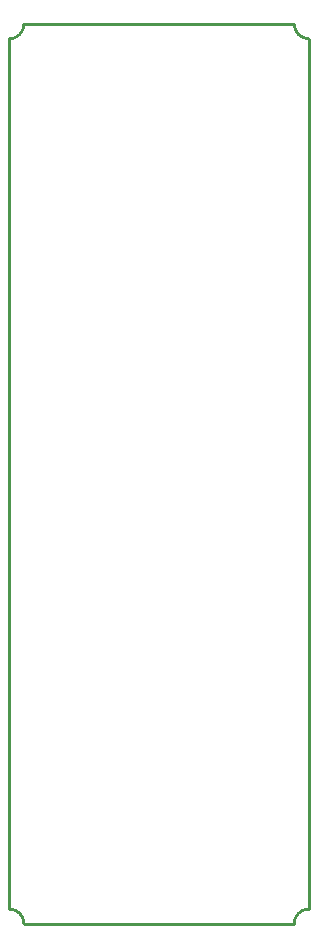
<source format=gko>
G04*
G04 #@! TF.GenerationSoftware,Altium Limited,CircuitMaker,2.2.1 (6)*
G04*
G04 Layer_Color=16720538*
%FSLAX25Y25*%
%MOIN*%
G70*
G04*
G04 #@! TF.SameCoordinates,563EFCBF-3155-4DB8-BDB2-99B1944089B0*
G04*
G04*
G04 #@! TF.FilePolarity,Positive*
G04*
G01*
G75*
%ADD11C,0.01000*%
D11*
X465000Y486000D02*
G03*
X470000Y491000I0J5000D01*
G01*
X560000D02*
G03*
X565000Y486000I5000J0D01*
G01*
Y196000D02*
G03*
X560000Y191000I0J-5000D01*
G01*
X470000D02*
G03*
X465000Y196000I-5000J0D01*
G01*
X470000Y491000D02*
X560000D01*
X565000Y196000D02*
Y486000D01*
X470000Y191000D02*
X560000D01*
X465000Y196000D02*
Y486000D01*
M02*

</source>
